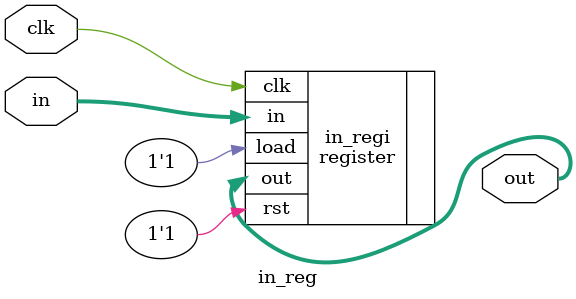
<source format=v>
module in_reg (
  input clk,
  input [15:0] in,
  output wire [15:0] out
);

  // IN Register
  register #(.WIDTH(16)) in_regi (.clk(clk), .rst(1'b1),
                                  .load(1'b1),
                                  .in(in),
                                  .out(out));
 
endmodule
</source>
